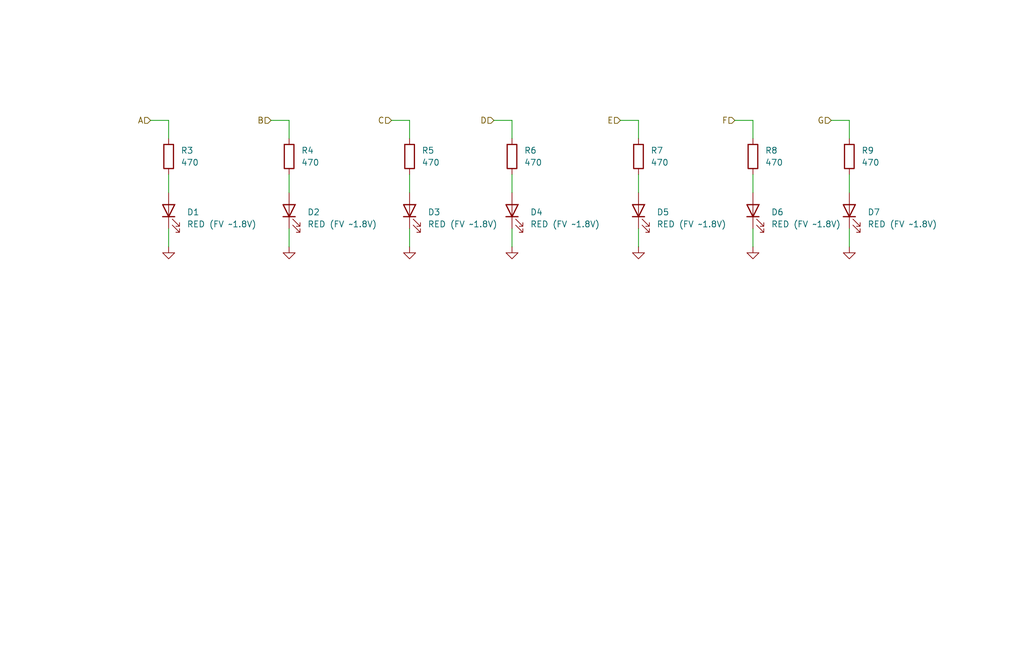
<source format=kicad_sch>
(kicad_sch (version 20250114) (generator "eeschema") (generator_version "9.0")
  (paper "User" 215.9 139.7)
  (lib_symbols
    (symbol "Device:LED" (pin_numbers (hide yes)) (pin_names (offset 1.016) (hide yes))
      (property "Reference" "D" (at 0 2.54 0))
      (property "Value" "LED" (at 0 -2.54 0))
      (symbol "LED_0_1"
        (polyline (pts (xy -3.048 -0.762) (xy -4.572 -2.286) (xy -3.81 -2.286) (xy -4.572 -2.286) (xy -4.572 -1.524)))
        (polyline (pts (xy -1.778 -0.762) (xy -3.302 -2.286) (xy -2.54 -2.286) (xy -3.302 -2.286) (xy -3.302 -1.524)))
        (polyline (pts (xy -1.27 0) (xy 1.27 0)))
        (polyline (pts (xy -1.27 -1.27) (xy -1.27 1.27)) (stroke (width 0.254)))
        (polyline (pts (xy 1.27 -1.27) (xy 1.27 1.27) (xy -1.27 0) (xy 1.27 -1.27)) (stroke (width 0.254)))
      )
      (symbol "LED_1_1"
        (pin passive line (at -3.81 0 0) (length 2.54) (name "K") (number "1"))
        (pin passive line (at 3.81 0 180) (length 2.54) (name "A") (number "2"))
      )
    )
    (symbol "Device:R" (pin_numbers (hide yes)) (pin_names (offset 0))
      (property "Reference" "R" (at 2.032 0 90))
      (property "Value" "R" (at 0 0 90))
      (symbol "R_0_1"
        (rectangle (start -1.016 -2.54) (end 1.016 2.54) (stroke (width 0.254)))
      )
      (symbol "R_1_1"
        (pin passive line (at 0 3.81 270) (length 1.27) (name "~") (number "1"))
        (pin passive line (at 0 -3.81 90) (length 1.27) (name "~") (number "2"))
      )
    )
    (symbol "power:GND" (power) (pin_numbers (hide yes)) (pin_names (offset 0) (hide yes))
      (property "Value" "GND" (at 0 -3.81 0))
      (symbol "GND_0_1"
        (polyline (pts (xy 0 0) (xy 0 -1.27) (xy 1.27 -1.27) (xy 0 -2.54) (xy -1.27 -1.27) (xy 0 -1.27)))
      )
      (symbol "GND_1_1"
        (pin power_in line (at 0 0 270) (length 0) (name "~") (number "1"))
      )
    )
  )
  (wire (pts (xy 86.36 25.4) (xy 82.55 25.4)))
  (wire (pts (xy 158.75 29.21) (xy 158.75 25.4)))
  (wire (pts (xy 107.95 48.26) (xy 107.95 52.07)))
  (wire (pts (xy 134.62 25.4) (xy 130.81 25.4)))
  (wire (pts (xy 86.36 29.21) (xy 86.36 25.4)))
  (wire (pts (xy 179.07 29.21) (xy 179.07 25.4)))
  (wire (pts (xy 60.96 25.4) (xy 57.15 25.4)))
  (wire (pts (xy 107.95 29.21) (xy 107.95 25.4)))
  (wire (pts (xy 134.62 36.83) (xy 134.62 40.64)))
  (wire (pts (xy 86.36 48.26) (xy 86.36 52.07)))
  (wire (pts (xy 134.62 29.21) (xy 134.62 25.4)))
  (wire (pts (xy 107.95 25.4) (xy 104.14 25.4)))
  (wire (pts (xy 86.36 36.83) (xy 86.36 40.64)))
  (wire (pts (xy 179.07 36.83) (xy 179.07 40.64)))
  (wire (pts (xy 60.96 48.26) (xy 60.96 52.07)))
  (wire (pts (xy 158.75 25.4) (xy 154.94 25.4)))
  (wire (pts (xy 35.56 48.26) (xy 35.56 52.07)))
  (wire (pts (xy 107.95 36.83) (xy 107.95 40.64)))
  (wire (pts (xy 158.75 48.26) (xy 158.75 52.07)))
  (wire (pts (xy 35.56 25.4) (xy 31.75 25.4)))
  (wire (pts (xy 35.56 36.83) (xy 35.56 40.64)))
  (wire (pts (xy 134.62 48.26) (xy 134.62 52.07)))
  (wire (pts (xy 35.56 29.21) (xy 35.56 25.4)))
  (wire (pts (xy 179.07 25.4) (xy 175.26 25.4)))
  (wire (pts (xy 179.07 48.26) (xy 179.07 52.07)))
  (wire (pts (xy 60.96 36.83) (xy 60.96 40.64)))
  (wire (pts (xy 158.75 36.83) (xy 158.75 40.64)))
  (wire (pts (xy 60.96 29.21) (xy 60.96 25.4)))
  (hierarchical_label "G" (shape input) (at 175.26 25.4 180))
  (hierarchical_label "B" (shape input) (at 57.15 25.4 180))
  (hierarchical_label "E" (shape input) (at 130.81 25.4 180))
  (hierarchical_label "F" (shape input) (at 154.94 25.4 180))
  (hierarchical_label "A" (shape input) (at 31.75 25.4 180))
  (hierarchical_label "C" (shape input) (at 82.55 25.4 180))
  (hierarchical_label "D" (shape input) (at 104.14 25.4 180))
  (symbol (lib_id "Device:LED") (at 60.96 44.45 90) (unit 1)
    (property "Reference" "D2" (at 64.7766 44.7674 90) (effects (justify right)))
    (property "Value" "RED (FV ~1.8V)" (at 64.7766 47.3074 90) (effects (justify right)))
    (property "Footprint" "LED_THT:LED_D5.0mm" (effects (hide yes)))
    (property "Description" "Light emitting diode" (effects (hide yes)))
    (property "Sim.Pins" "1=K 2=A" (effects (hide yes)))
    (instances (project "STM32_PCB_Workshop_Design" (path "" (reference "D2") (unit 1)) (path "" (reference "D9") (unit 1))))
  )
  (symbol (lib_id "Device:R") (at 86.36 33.02 0) (unit 1)
    (property "Reference" "R5" (at 88.9 31.7499 0) (effects (justify left)))
    (property "Value" "470" (at 88.9 34.2899 0) (effects (justify left)))
    (property "Footprint" "Resistor_SMD:R_1206_3216Metric_Pad1.30x1.75mm_HandSolder" (effects (hide yes)))
    (property "Description" "Resistor" (effects (hide yes)))
    (instances (project "STM32_PCB_Workshop_Design" (path "" (reference "R5") (unit 1)) (path "" (reference "R12") (unit 1))))
  )
  (symbol (lib_id "Device:R") (at 134.62 33.02 0) (unit 1)
    (property "Reference" "R7" (at 137.16 31.7499 0) (effects (justify left)))
    (property "Value" "470" (at 137.16 34.2899 0) (effects (justify left)))
    (property "Footprint" "Resistor_SMD:R_1206_3216Metric_Pad1.30x1.75mm_HandSolder" (effects (hide yes)))
    (property "Description" "Resistor" (effects (hide yes)))
    (instances (project "STM32_PCB_Workshop_Design" (path "" (reference "R7") (unit 1)) (path "" (reference "R14") (unit 1))))
  )
  (symbol (lib_id "Device:LED") (at 35.56 44.45 90) (unit 1)
    (property "Reference" "D1" (at 39.3766 44.7674 90) (effects (justify right)))
    (property "Value" "RED (FV ~1.8V)" (at 39.3766 47.3074 90) (effects (justify right)))
    (property "Footprint" "LED_THT:LED_D5.0mm" (effects (hide yes)))
    (property "Description" "Light emitting diode" (effects (hide yes)))
    (property "Sim.Pins" "1=K 2=A" (effects (hide yes)))
    (instances (project "STM32_PCB_Workshop_Design" (path "" (reference "D1") (unit 1)) (path "" (reference "D8") (unit 1))))
  )
  (symbol (lib_id "power:GND") (at 60.96 52.07 0) (unit 1)
    (property "Reference" "#PWR029" (effects (hide yes)))
    (property "Value" "GND" (effects (hide yes)))
    (property "Description" "Power symbol creates a global label with name \"GND\" , ground" (effects (hide yes)))
    (instances (project "STM32_PCB_Workshop_Design" (path "" (reference "#PWR029") (unit 1)) (path "" (reference "#PWR036") (unit 1))))
  )
  (symbol (lib_id "Device:LED") (at 86.36 44.45 90) (unit 1)
    (property "Reference" "D3" (at 90.1766 44.7674 90) (effects (justify right)))
    (property "Value" "RED (FV ~1.8V)" (at 90.1766 47.3074 90) (effects (justify right)))
    (property "Footprint" "LED_THT:LED_D5.0mm" (effects (hide yes)))
    (property "Description" "Light emitting diode" (effects (hide yes)))
    (property "Sim.Pins" "1=K 2=A" (effects (hide yes)))
    (instances (project "STM32_PCB_Workshop_Design" (path "" (reference "D3") (unit 1)) (path "" (reference "D10") (unit 1))))
  )
  (symbol (lib_id "Device:LED") (at 107.95 44.45 90) (unit 1)
    (property "Reference" "D4" (at 111.7666 44.7674 90) (effects (justify right)))
    (property "Value" "RED (FV ~1.8V)" (at 111.7666 47.3074 90) (effects (justify right)))
    (property "Footprint" "LED_THT:LED_D5.0mm" (effects (hide yes)))
    (property "Description" "Light emitting diode" (effects (hide yes)))
    (property "Sim.Pins" "1=K 2=A" (effects (hide yes)))
    (instances (project "STM32_PCB_Workshop_Design" (path "" (reference "D4") (unit 1)) (path "" (reference "D11") (unit 1))))
  )
  (symbol (lib_id "Device:LED") (at 179.07 44.45 90) (unit 1)
    (property "Reference" "D7" (at 182.8866 44.7674 90) (effects (justify right)))
    (property "Value" "RED (FV ~1.8V)" (at 182.8866 47.3074 90) (effects (justify right)))
    (property "Footprint" "LED_THT:LED_D5.0mm" (effects (hide yes)))
    (property "Description" "Light emitting diode" (effects (hide yes)))
    (property "Sim.Pins" "1=K 2=A" (effects (hide yes)))
    (instances (project "STM32_PCB_Workshop_Design" (path "" (reference "D7") (unit 1)) (path "" (reference "D14") (unit 1))))
  )
  (symbol (lib_id "Device:R") (at 35.56 33.02 0) (unit 1)
    (property "Reference" "R3" (at 38.1 31.7499 0) (effects (justify left)))
    (property "Value" "470" (at 38.1 34.2899 0) (effects (justify left)))
    (property "Footprint" "Resistor_SMD:R_1206_3216Metric_Pad1.30x1.75mm_HandSolder" (effects (hide yes)))
    (property "Description" "Resistor" (effects (hide yes)))
    (instances (project "STM32_PCB_Workshop_Design" (path "" (reference "R3") (unit 1)) (path "" (reference "R10") (unit 1))))
  )
  (symbol (lib_id "power:GND") (at 134.62 52.07 0) (unit 1)
    (property "Reference" "#PWR032" (effects (hide yes)))
    (property "Value" "GND" (effects (hide yes)))
    (property "Description" "Power symbol creates a global label with name \"GND\" , ground" (effects (hide yes)))
    (instances (project "STM32_PCB_Workshop_Design" (path "" (reference "#PWR032") (unit 1)) (path "" (reference "#PWR039") (unit 1))))
  )
  (symbol (lib_id "power:GND") (at 179.07 52.07 0) (unit 1)
    (property "Reference" "#PWR034" (effects (hide yes)))
    (property "Value" "GND" (effects (hide yes)))
    (property "Description" "Power symbol creates a global label with name \"GND\" , ground" (effects (hide yes)))
    (instances (project "STM32_PCB_Workshop_Design" (path "" (reference "#PWR034") (unit 1)) (path "" (reference "#PWR041") (unit 1))))
  )
  (symbol (lib_id "Device:LED") (at 134.62 44.45 90) (unit 1)
    (property "Reference" "D5" (at 138.4366 44.7674 90) (effects (justify right)))
    (property "Value" "RED (FV ~1.8V)" (at 138.4366 47.3074 90) (effects (justify right)))
    (property "Footprint" "LED_THT:LED_D5.0mm" (effects (hide yes)))
    (property "Description" "Light emitting diode" (effects (hide yes)))
    (property "Sim.Pins" "1=K 2=A" (effects (hide yes)))
    (instances (project "STM32_PCB_Workshop_Design" (path "" (reference "D5") (unit 1)) (path "" (reference "D12") (unit 1))))
  )
  (symbol (lib_id "Device:LED") (at 158.75 44.45 90) (unit 1)
    (property "Reference" "D6" (at 162.5666 44.7674 90) (effects (justify right)))
    (property "Value" "RED (FV ~1.8V)" (at 162.5666 47.3074 90) (effects (justify right)))
    (property "Footprint" "LED_THT:LED_D5.0mm" (effects (hide yes)))
    (property "Description" "Light emitting diode" (effects (hide yes)))
    (property "Sim.Pins" "1=K 2=A" (effects (hide yes)))
    (instances (project "STM32_PCB_Workshop_Design" (path "" (reference "D6") (unit 1)) (path "" (reference "D13") (unit 1))))
  )
  (symbol (lib_id "power:GND") (at 86.36 52.07 0) (unit 1)
    (property "Reference" "#PWR030" (effects (hide yes)))
    (property "Value" "GND" (effects (hide yes)))
    (property "Description" "Power symbol creates a global label with name \"GND\" , ground" (effects (hide yes)))
    (instances (project "STM32_PCB_Workshop_Design" (path "" (reference "#PWR030") (unit 1)) (path "" (reference "#PWR037") (unit 1))))
  )
  (symbol (lib_id "power:GND") (at 107.95 52.07 0) (unit 1)
    (property "Reference" "#PWR031" (effects (hide yes)))
    (property "Value" "GND" (effects (hide yes)))
    (property "Description" "Power symbol creates a global label with name \"GND\" , ground" (effects (hide yes)))
    (instances (project "STM32_PCB_Workshop_Design" (path "" (reference "#PWR031") (unit 1)) (path "" (reference "#PWR038") (unit 1))))
  )
  (symbol (lib_id "Device:R") (at 60.96 33.02 0) (unit 1)
    (property "Reference" "R4" (at 63.5 31.7499 0) (effects (justify left)))
    (property "Value" "470" (at 63.5 34.2899 0) (effects (justify left)))
    (property "Footprint" "Resistor_SMD:R_1206_3216Metric_Pad1.30x1.75mm_HandSolder" (effects (hide yes)))
    (property "Description" "Resistor" (effects (hide yes)))
    (instances (project "STM32_PCB_Workshop_Design" (path "" (reference "R4") (unit 1)) (path "" (reference "R11") (unit 1))))
  )
  (symbol (lib_id "Device:R") (at 179.07 33.02 0) (unit 1)
    (property "Reference" "R9" (at 181.61 31.7499 0) (effects (justify left)))
    (property "Value" "470" (at 181.61 34.2899 0) (effects (justify left)))
    (property "Footprint" "Resistor_SMD:R_1206_3216Metric_Pad1.30x1.75mm_HandSolder" (effects (hide yes)))
    (property "Description" "Resistor" (effects (hide yes)))
    (instances (project "STM32_PCB_Workshop_Design" (path "" (reference "R9") (unit 1)) (path "" (reference "R16") (unit 1))))
  )
  (symbol (lib_id "Device:R") (at 107.95 33.02 0) (unit 1)
    (property "Reference" "R6" (at 110.49 31.7499 0) (effects (justify left)))
    (property "Value" "470" (at 110.49 34.2899 0) (effects (justify left)))
    (property "Footprint" "Resistor_SMD:R_1206_3216Metric_Pad1.30x1.75mm_HandSolder" (effects (hide yes)))
    (property "Description" "Resistor" (effects (hide yes)))
    (instances (project "STM32_PCB_Workshop_Design" (path "" (reference "R6") (unit 1)) (path "" (reference "R13") (unit 1))))
  )
  (symbol (lib_id "power:GND") (at 35.56 52.07 0) (unit 1)
    (property "Reference" "#PWR028" (effects (hide yes)))
    (property "Value" "GND" (effects (hide yes)))
    (property "Description" "Power symbol creates a global label with name \"GND\" , ground" (effects (hide yes)))
    (instances (project "STM32_PCB_Workshop_Design" (path "" (reference "#PWR028") (unit 1)) (path "" (reference "#PWR035") (unit 1))))
  )
  (symbol (lib_id "power:GND") (at 158.75 52.07 0) (unit 1)
    (property "Reference" "#PWR033" (effects (hide yes)))
    (property "Value" "GND" (effects (hide yes)))
    (property "Description" "Power symbol creates a global label with name \"GND\" , ground" (effects (hide yes)))
    (instances (project "STM32_PCB_Workshop_Design" (path "" (reference "#PWR033") (unit 1)) (path "" (reference "#PWR040") (unit 1))))
  )
  (symbol (lib_id "Device:R") (at 158.75 33.02 0) (unit 1)
    (property "Reference" "R8" (at 161.29 31.7499 0) (effects (justify left)))
    (property "Value" "470" (at 161.29 34.2899 0) (effects (justify left)))
    (property "Footprint" "Resistor_SMD:R_1206_3216Metric_Pad1.30x1.75mm_HandSolder" (effects (hide yes)))
    (property "Description" "Resistor" (effects (hide yes)))
    (instances (project "STM32_PCB_Workshop_Design" (path "" (reference "R8") (unit 1)) (path "" (reference "R15") (unit 1))))
  )
)
</source>
